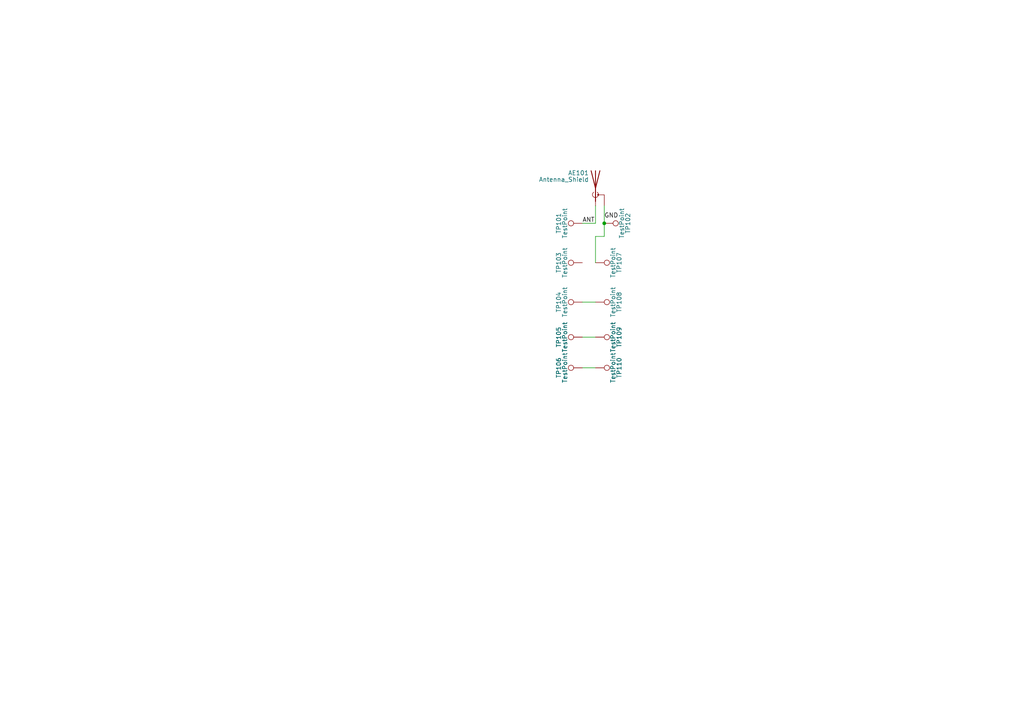
<source format=kicad_sch>
(kicad_sch (version 20250114) (generator "eeschema") (generator_version "9.0")
  (paper "A4")
  (lib_symbols
    (symbol "Connector:TestPoint" (pin_numbers (hide yes)) (pin_names (offset 0.762) (hide yes))
      (property "Reference" "TP" (at 0 6.858 0))
      (property "Value" "TestPoint" (at 0 5.08 0))
      (symbol "TestPoint_0_1"
        (circle (center 0 3.302) (radius 0.762))
      )
      (symbol "TestPoint_1_1"
        (pin passive line (at 0 0 90) (length 2.54) (name "1") (number "1"))
      )
    )
    (symbol "Device:Antenna_Shield" (pin_numbers (hide yes)) (pin_names (offset 1.016) (hide yes))
      (property "Reference" "AE" (at -1.905 4.445 0))
      (property "Value" "Antenna_Shield" (at -1.905 2.54 0))
      (symbol "Antenna_Shield_0_1"
        (arc (start 0 -2.667) (mid -0.8485 -2.1032) (end -0.508 -1.143))
        (polyline (pts (xy 0 5.08) (xy 0 -3.81)) (stroke (width 0.254)))
        (polyline (pts (xy 0 -2.54) (xy 0 0)))
        (arc (start 0.508 -1.143) (mid 0.8046 -2.0885) (end 0 -2.667))
        (polyline (pts (xy 0.762 -1.905) (xy 2.54 -1.905)))
        (circle (center 0.762 -1.905) (radius 0.1778) (fill (type outline)))
        (polyline (pts (xy 1.27 5.08) (xy 0 0) (xy -1.27 5.08)) (stroke (width 0.254)))
        (polyline (pts (xy 2.54 -2.54) (xy 2.54 -1.905)))
      )
      (symbol "Antenna_Shield_1_1"
        (pin input line (at 0 -5.08 90) (length 2.54) (name "A") (number "1"))
        (pin input line (at 2.54 -5.08 90) (length 2.54) (name "Shield") (number "2"))
      )
    )
  )
  (junction (at 175.26 64.77))
  (wire (pts (xy 172.72 106.68) (xy 168.91 106.68)))
  (wire (pts (xy 172.72 87.63) (xy 168.91 87.63)))
  (wire (pts (xy 172.72 68.58) (xy 175.26 68.58)))
  (wire (pts (xy 175.26 68.58) (xy 175.26 64.77)))
  (wire (pts (xy 172.72 76.2) (xy 172.72 68.58)))
  (wire (pts (xy 172.72 97.79) (xy 168.91 97.79)))
  (wire (pts (xy 172.72 64.77) (xy 172.72 59.69)))
  (wire (pts (xy 168.91 64.77) (xy 172.72 64.77)))
  (wire (pts (xy 175.26 59.69) (xy 175.26 64.77)))
  (label "ANT" (at 168.91 64.77 0))
  (label "GND" (at 175.26 63.5 0))
  (symbol (lib_id "Connector:TestPoint") (at 168.91 106.68 90) (unit 1)
    (property "Reference" "TP106" (at 162.052 106.68 0))
    (property "Value" "TestPoint" (at 163.83 106.68 0))
    (property "Footprint" "TestPoint:TestPoint_Pad_1.0x1.0mm" (effects (hide yes)))
    (property "Description" "test point" (effects (hide yes)))
  )
  (symbol (lib_id "Connector:TestPoint") (at 168.91 87.63 90) (unit 1)
    (property "Reference" "TP104" (at 162.052 87.63 0))
    (property "Value" "TestPoint" (at 163.83 87.63 0))
    (property "Footprint" "TestPoint:TestPoint_Pad_1.0x1.0mm" (effects (hide yes)))
    (property "Description" "test point" (effects (hide yes)))
  )
  (symbol (lib_id "Connector:TestPoint") (at 175.26 64.77 270) (mirror x) (unit 1)
    (property "Reference" "TP102" (at 182.118 64.77 0))
    (property "Value" "TestPoint" (at 180.34 64.77 0))
    (property "Footprint" "TestPoint:TestPoint_Pad_1.0x1.0mm" (effects (hide yes)))
    (property "Description" "test point" (effects (hide yes)))
  )
  (symbol (lib_id "Device:Antenna_Shield") (at 172.72 54.61 0) (unit 1)
    (property "Reference" "AE101" (at 170.815 50.165 0) (effects (justify right)))
    (property "Value" "Antenna_Shield" (at 170.815 52.07 0) (effects (justify right)))
    (property "Footprint" "RF_Antenna:Johanson_2450AT18x100_2400-2500Mhz" (effects (hide yes)))
    (property "Description" "Antenna with extra pin for shielding" (effects (hide yes)))
  )
  (symbol (lib_id "Connector:TestPoint") (at 172.72 106.68 270) (mirror x) (unit 1)
    (property "Reference" "TP110" (at 179.578 106.68 0))
    (property "Value" "TestPoint" (at 177.8 106.68 0))
    (property "Footprint" "TestPoint:TestPoint_Pad_1.0x1.0mm" (effects (hide yes)))
    (property "Description" "test point" (effects (hide yes)))
  )
  (symbol (lib_id "Connector:TestPoint") (at 172.72 97.79 270) (mirror x) (unit 1)
    (property "Reference" "TP109" (at 179.578 97.79 0))
    (property "Value" "TestPoint" (at 177.8 97.79 0))
    (property "Footprint" "TestPoint:TestPoint_Pad_1.0x1.0mm" (effects (hide yes)))
    (property "Description" "test point" (effects (hide yes)))
  )
  (symbol (lib_id "Connector:TestPoint") (at 172.72 87.63 270) (mirror x) (unit 1)
    (property "Reference" "TP108" (at 179.578 87.63 0))
    (property "Value" "TestPoint" (at 177.8 87.63 0))
    (property "Footprint" "TestPoint:TestPoint_Pad_1.0x1.0mm" (effects (hide yes)))
    (property "Description" "test point" (effects (hide yes)))
  )
  (symbol (lib_id "Connector:TestPoint") (at 172.72 76.2 270) (mirror x) (unit 1)
    (property "Reference" "TP107" (at 179.578 76.2 0))
    (property "Value" "TestPoint" (at 177.8 76.2 0))
    (property "Footprint" "TestPoint:TestPoint_Pad_1.0x1.0mm" (effects (hide yes)))
    (property "Description" "test point" (effects (hide yes)))
  )
  (symbol (lib_id "Connector:TestPoint") (at 168.91 76.2 90) (unit 1)
    (property "Reference" "TP103" (at 162.052 76.2 0))
    (property "Value" "TestPoint" (at 163.83 76.2 0))
    (property "Footprint" "TestPoint:TestPoint_Pad_1.0x1.0mm" (effects (hide yes)))
    (property "Description" "test point" (effects (hide yes)))
  )
  (symbol (lib_id "Connector:TestPoint") (at 168.91 64.77 90) (unit 1)
    (property "Reference" "TP101" (at 162.052 64.77 0))
    (property "Value" "TestPoint" (at 163.83 64.77 0))
    (property "Footprint" "TestPoint:TestPoint_Pad_1.0x1.0mm" (effects (hide yes)))
    (property "Description" "test point" (effects (hide yes)))
  )
  (symbol (lib_id "Connector:TestPoint") (at 168.91 97.79 90) (unit 1)
    (property "Reference" "TP105" (at 162.052 97.79 0))
    (property "Value" "TestPoint" (at 163.83 97.79 0))
    (property "Footprint" "TestPoint:TestPoint_Pad_1.0x1.0mm" (effects (hide yes)))
    (property "Description" "test point" (effects (hide yes)))
  )
)
</source>
